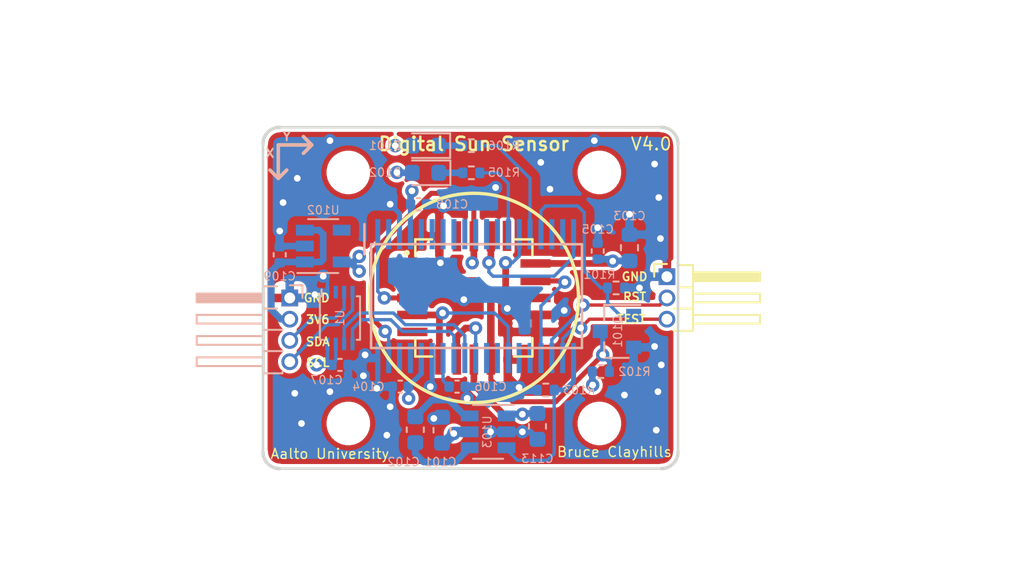
<source format=kicad_pcb>
(kicad_pcb (version 20240108) (generator "pcbnew") (generator_version "8.0")
  (title_block (title "DSS Sun Sensor") (date "2018-07-19") (rev "1.0") (company "Aalto-yliopisto") (comment 1 "Bruce Clayhills"))
  (layers (0 "F.Cu" signal) (1 "In1.Cu" signal) (2 "In2.Cu" signal) (31 "B.Cu" signal) (34 "B.Paste" user) (35 "F.Paste" user) (36 "B.SilkS" user "B.Silkscreen") (37 "F.SilkS" user "F.Silkscreen") (38 "B.Mask" user) (39 "F.Mask" user) (44 "Edge.Cuts" user))
  (net 0 "")
  (net 1 "GND")
  (net 2 "+5V")
  (net 3 "+3V3")
  (net 4 "Net-(D101-Pad1)")
  (net 5 "Net-(D102-Pad1)")
  (net 6 "Net-(IC101-Pad5)")
  (net 7 "/START_X")
  (net 8 "/START_Y")
  (net 9 "Net-(IC101-Pad9)")
  (net 10 "Net-(IC101-Pad10)")
  (net 11 "Net-(IC101-Pad11)")
  (net 12 "Net-(IC101-Pad12)")
  (net 13 "/SPI_SIMO_A1")
  (net 14 "/SS_CLK")
  (net 15 "Net-(IC101-Pad27)")
  (net 16 "Net-(IC101-Pad28)")
  (net 17 "Net-(IC101-Pad35)")
  (net 18 "Net-(IC101-Pad36)")
  (net 19 "/SPI_CLK_A1")
  (net 20 "Net-(U101-Pad5)")
  (net 21 "Net-(U101-Pad19)")
  (net 22 "Net-(U101-Pad16)")
  (net 23 "Net-(U102-Pad4)")
  (net 24 "/SS_GAIN")
  (net 25 "Net-(IC101-Pad2)")
  (net 26 "/SS_GAIN_CTL")
  (net 27 "/5V_EN")
  (net 28 "Net-(IC101-Pad24)")
  (net 29 "/I2C_SDA")
  (net 30 "/I2C_SCL")
  (net 31 "Net-(IC101-Pad7)")
  (net 32 "Net-(IC101-Pad8)")
  (net 33 "Net-(IC101-Pad6)")
  (net 34 "/SPI_CLK_A0")
  (net 35 "/SPI_SIMO_A0")
  (net 36 "Net-(IC101-Pad25)")
  (net 37 "Net-(IC101-Pad17)")
  (net 38 "Net-(U1-Pad2)")
  (net 39 "/SDA")
  (net 40 "/SCL")
  (net 41 "VDD")
  (net 42 "Net-(C102-Pad2)")
  (net 43 "Net-(C102-Pad1)")
  (net 44 "Net-(C106-Pad2)")
  (net 45 "/SBWTDIO")
  (net 46 "/SBWTCK")
  (net 47 "/LED2")
  (net 48 "/LED1")
  (net 49 "Net-(IC101-Pad18)")
  (footprint "Connector_PinHeader_1.27mm:PinHeader_1x03_P1.27mm_Horizontal" (layer "F.Cu") (at 151.5364 113.73)
    (property "Reference" "J104" (hide yes))
    (property "Value" "Programming connector")
    (pad "1" thru_hole rect (at 0 0) (size 1 1) (drill 0.65) (layers "*.Cu" "*.Mask") (net 1 "GND"))
    (pad "2" thru_hole oval (at 0 1.27) (size 1 1) (drill 0.65) (layers "*.Cu" "*.Mask") (net 45 "/SBWTDIO"))
    (pad "3" thru_hole oval (at 0 2.54) (size 1 1) (drill 0.65) (layers "*.Cu" "*.Mask") (net 46 "/SBWTCK"))
  )
  (footprint "sunsen:S9132" (layer "F.Cu") (at 140 115)
    (property "Reference" "U101" (hide yes))
    (property "Value" "S9132")
    (pad "1" smd rect (at -3.683 -2.0574) (size 1.8 0.508) (layers "F.Cu" "F.Paste" "F.Mask") (net 1 "GND"))
    (pad "2" smd rect (at -3.6852 -1.016) (size 1.8 0.508) (layers "F.Cu" "F.Paste" "F.Mask") (net 24 "/SS_GAIN"))
    (pad "3" smd rect (at -3.6852 0) (size 1.8 0.508) (layers "F.Cu" "F.Paste" "F.Mask") (net 7 "/START_X"))
    (pad "4" smd rect (at -3.6852 1.016) (size 1.8 0.508) (layers "F.Cu" "F.Paste" "F.Mask") (net 14 "/SS_CLK"))
    (pad "5" smd rect (at -3.6732 2.03) (size 1.8 0.508) (layers "F.Cu" "F.Paste" "F.Mask") (net 20 "Net-(U101-Pad5)"))
    (pad "6" smd rect (at -2.0574 3.683 90) (size 1.8 0.508) (layers "F.Cu" "F.Paste" "F.Mask") (net 14 "/SS_CLK"))
    (pad "7" smd rect (at -1.016 3.6852 90) (size 1.8 0.508) (layers "F.Cu" "F.Paste" "F.Mask") (net 8 "/START_Y"))
    (pad "8" smd rect (at 0 3.6852 90) (size 1.8 0.508) (layers "F.Cu" "F.Paste" "F.Mask") (net 2 "+5V"))
    (pad "9" smd rect (at 1.016 3.6852 90) (size 1.8 0.508) (layers "F.Cu" "F.Paste" "F.Mask") (net 24 "/SS_GAIN"))
    (pad "10" smd rect (at 2.03 3.6832 90) (size 1.8 0.508) (layers "F.Cu" "F.Paste" "F.Mask") (net 1 "GND"))
    (pad "11" smd rect (at 3.683 2.032) (size 1.8 0.508) (layers "F.Cu" "F.Paste" "F.Mask") (net 1 "GND"))
    (pad "12" smd rect (at 3.6852 1.016) (size 1.8 0.508) (layers "F.Cu" "F.Paste" "F.Mask") (net 1 "GND"))
    (pad "13" smd rect (at 3.6852 0) (size 1.8 0.508) (layers "F.Cu" "F.Paste" "F.Mask") (net 34 "/SPI_CLK_A0"))
    (pad "14" smd rect (at 3.6852 -1.016) (size 1.8 0.508) (layers "F.Cu" "F.Paste" "F.Mask") (net 35 "/SPI_SIMO_A0"))
    (pad "15" smd rect (at 3.6852 -2.062) (size 1.8 0.508) (layers "F.Cu" "F.Paste" "F.Mask") (net 3 "+3V3"))
    (pad "16" smd rect (at 1.9812 -3.7084 90) (size 1.8 0.508) (layers "F.Cu" "F.Paste" "F.Mask") (net 22 "Net-(U101-Pad16)"))
    (pad "17" smd rect (at 1.016 -3.6852 90) (size 1.8 0.508) (layers "F.Cu" "F.Paste" "F.Mask") (net 13 "/SPI_SIMO_A1"))
    (pad "18" smd rect (at 0 -3.6852 90) (size 1.8 0.508) (layers "F.Cu" "F.Paste" "F.Mask") (net 19 "/SPI_CLK_A1"))
    (pad "19" smd rect (at -1.016 -3.6852 90) (size 1.8 0.508) (layers "F.Cu" "F.Paste" "F.Mask") (net 21 "Net-(U101-Pad19)"))
    (pad "20" smd rect (at -2.062 -3.6852 90) (size 1.8 0.508) (layers "F.Cu" "F.Paste" "F.Mask") (net 1 "GND"))
  )
  (footprint "MountingHole:MountingHole_2.2mm_M2" (layer "F.Cu") (at 147.5 122.5)
    (property "Reference" "MK104" (hide yes))
    (property "Value" "Mounting_Hole")
    (pad "" np_thru_hole circle (at 0 0) (size 2.2 2.2) (drill 2.2) (layers "*.Cu" "*.Mask"))
  )
  (footprint "MountingHole:MountingHole_2.2mm_M2" (layer "F.Cu") (at 132.5 122.5)
    (property "Reference" "MK102" (hide yes))
    (property "Value" "Mounting_Hole")
    (pad "" np_thru_hole circle (at 0 0) (size 2.2 2.2) (drill 2.2) (layers "*.Cu" "*.Mask"))
  )
  (footprint "MountingHole:MountingHole_2.2mm_M2" (layer "F.Cu") (at 132.5 107.5)
    (property "Reference" "MK101" (hide yes))
    (property "Value" "Mounting_Hole")
    (pad "" np_thru_hole circle (at 0 0) (size 2.2 2.2) (drill 2.2) (layers "*.Cu" "*.Mask"))
  )
  (footprint "MountingHole:MountingHole_2.2mm_M2" (layer "F.Cu") (at 147.5 107.5)
    (property "Reference" "MK103" (hide yes))
    (property "Value" "Mounting_Hole")
    (pad "" np_thru_hole circle (at 0 0) (size 2.2 2.2) (drill 2.2) (layers "*.Cu" "*.Mask"))
  )
  (footprint "Resistor_SMD:R_0402_1005Metric" (layer "B.Cu") (at 139.851 107.5215 180)
    (property "Reference" "R105" (at -1.949 0.0215 0) (layer "B.SilkS") (effects (font (size 0.5 0.5) (thickness 0.07)) (justify mirror)))
    (property "Value" "R")
    (pad "1" smd roundrect (at -0.51 0 180) (size 0.54 0.64) (layers "B.Cu" "B.Paste" "B.Mask") (net 48 "/LED1"))
    (pad "2" smd roundrect (at 0.51 0 180) (size 0.54 0.64) (layers "B.Cu" "B.Paste" "B.Mask") (net 5 "Net-(D102-Pad1)"))
  )
  (footprint "Package_TO_SOT_SMD:SOT-23" (layer "B.Cu") (at 148.55 117 180)
    (property "Reference" "Q101" (at -0.05 0 -90) (layer "B.SilkS") (effects (font (size 0.5 0.5) (thickness 0.07)) (justify mirror)))
    (property "Value" "Q_NMOS_GSD")
    (pad "1" smd rect (at -1 0.95 180) (size 0.9 0.8) (layers "B.Cu" "B.Paste" "B.Mask") (net 26 "/SS_GAIN_CTL"))
    (pad "2" smd rect (at -1 -0.95 180) (size 0.9 0.8) (layers "B.Cu" "B.Paste" "B.Mask") (net 1 "GND"))
    (pad "3" smd rect (at 1 0 180) (size 0.9 0.8) (layers "B.Cu" "B.Paste" "B.Mask") (net 24 "/SS_GAIN"))
  )
  (footprint "Capacitor_SMD:C_0603_1608Metric" (layer "B.Cu") (at 149.3 112 -90)
    (property "Reference" "C103" (at -1.9 0 0) (layer "B.SilkS") (effects (font (size 0.5 0.5) (thickness 0.07)) (justify mirror)))
    (property "Value" "4.7uF")
    (pad "1" smd roundrect (at -0.7875 0 270) (size 0.875 0.95) (layers "B.Cu" "B.Paste" "B.Mask") (net 1 "GND"))
    (pad "2" smd roundrect (at 0.7875 0 270) (size 0.875 0.95) (layers "B.Cu" "B.Paste" "B.Mask") (net 3 "+3V3"))
  )
  (footprint "Resistor_SMD:R_0402_1005Metric" (layer "B.Cu") (at 147.59 119.4)
    (property "Reference" "R102" (at 2.01 0 0) (layer "B.SilkS") (effects (font (size 0.5 0.5) (thickness 0.07)) (justify mirror)))
    (property "Value" "10k")
    (pad "1" smd roundrect (at -0.51 0) (size 0.54 0.64) (layers "B.Cu" "B.Paste" "B.Mask") (net 2 "+5V"))
    (pad "2" smd roundrect (at 0.51 0) (size 0.54 0.64) (layers "B.Cu" "B.Paste" "B.Mask") (net 24 "/SS_GAIN"))
  )
  (footprint "Capacitor_SMD:C_0402_1005Metric" (layer "B.Cu") (at 136.7 109.4 180)
    (property "Reference" "C108" (at -2 0 0) (layer "B.SilkS") (effects (font (size 0.5 0.5) (thickness 0.07)) (justify mirror)))
    (property "Value" "100nF")
    (pad "1" smd roundrect (at -0.48 0 180) (size 0.56 0.62) (layers "B.Cu" "B.Paste" "B.Mask") (net 1 "GND"))
    (pad "2" smd roundrect (at 0.48 0 180) (size 0.56 0.62) (layers "B.Cu" "B.Paste" "B.Mask") (net 3 "+3V3"))
  )
  (footprint "LED_SMD:LED_0603_1608Metric" (layer "B.Cu") (at 137.1 105.9 180)
    (property "Reference" "D101" (at 2.4125 0 180) (layer "B.SilkS") (effects (font (size 0.5 0.5) (thickness 0.07)) (justify mirror)))
    (property "Value" "LED")
    (pad "1" smd roundrect (at -0.7875 0 180) (size 0.875 0.95) (layers "B.Cu" "B.Paste" "B.Mask") (net 4 "Net-(D101-Pad1)"))
    (pad "2" smd roundrect (at 0.7875 0 180) (size 0.875 0.95) (layers "B.Cu" "B.Paste" "B.Mask") (net 3 "+3V3"))
  )
  (footprint "LED_SMD:LED_0603_1608Metric" (layer "B.Cu") (at 137.112 107.5215 180)
    (property "Reference" "D102" (at 2.412 0.0215 0) (layer "B.SilkS") (effects (font (size 0.5 0.5) (thickness 0.07)) (justify mirror)))
    (property "Value" "LED")
    (pad "1" smd roundrect (at -0.7875 0 180) (size 0.875 0.95) (layers "B.Cu" "B.Paste" "B.Mask") (net 5 "Net-(D102-Pad1)"))
    (pad "2" smd roundrect (at 0.7875 0 180) (size 0.875 0.95) (layers "B.Cu" "B.Paste" "B.Mask") (net 3 "+3V3"))
  )
  (footprint "Resistor_SMD:R_0402_1005Metric" (layer "B.Cu") (at 139.851 105.9)
    (property "Reference" "R106" (at 1.949 0 0) (layer "B.SilkS") (effects (font (size 0.5 0.5) (thickness 0.07)) (justify mirror)))
    (property "Value" "R")
    (pad "1" smd roundrect (at -0.51 0) (size 0.54 0.64) (layers "B.Cu" "B.Paste" "B.Mask") (net 4 "Net-(D101-Pad1)"))
    (pad "2" smd roundrect (at 0.51 0) (size 0.54 0.64) (layers "B.Cu" "B.Paste" "B.Mask") (net 47 "/LED2"))
  )
  (footprint "Resistor_SMD:R_0402_1005Metric" (layer "B.Cu") (at 148.5 114.4)
    (property "Reference" "R101" (at -1 -0.8 0) (layer "B.SilkS") (effects (font (size 0.5 0.5) (thickness 0.07)) (justify mirror)))
    (property "Value" "10k")
    (pad "1" smd roundrect (at -0.51 0) (size 0.54 0.64) (layers "B.Cu" "B.Paste" "B.Mask") (net 26 "/SS_GAIN_CTL"))
    (pad "2" smd roundrect (at 0.51 0) (size 0.54 0.64) (layers "B.Cu" "B.Paste" "B.Mask") (net 1 "GND"))
  )
  (footprint "Package_SO:VSSOP-8_2.4x2.1mm_P0.5mm" (layer "B.Cu") (at 132 116.2 -90)
    (property "Reference" "U1" (at 0 0 90) (layer "B.SilkS") (effects (font (size 0.5 0.5) (thickness 0.07)) (justify mirror)))
    (property "Value" "SN74TVC3306")
    (pad "1" smd rect (at -1.55 0.75 270) (size 0.75 0.25) (layers "B.Cu" "B.Paste" "B.Mask") (net 1 "GND"))
    (pad "2" smd rect (at -1.55 0.25 270) (size 0.75 0.25) (layers "B.Cu" "B.Paste" "B.Mask") (net 38 "Net-(U1-Pad2)"))
    (pad "3" smd rect (at -1.55 -0.25 270) (size 0.75 0.25) (layers "B.Cu" "B.Paste" "B.Mask") (net 39 "/SDA"))
    (pad "4" smd rect (at -1.55 -0.75 270) (size 0.75 0.25) (layers "B.Cu" "B.Paste" "B.Mask") (net 40 "/SCL"))
    (pad "5" smd rect (at 1.55 -0.75 270) (size 0.75 0.25) (layers "B.Cu" "B.Paste" "B.Mask") (net 30 "/I2C_SCL"))
    (pad "6" smd rect (at 1.55 -0.25 270) (size 0.75 0.25) (layers "B.Cu" "B.Paste" "B.Mask") (net 29 "/I2C_SDA"))
    (pad "7" smd rect (at 1.55 0.25 270) (size 0.75 0.25) (layers "B.Cu" "B.Paste" "B.Mask") (net 3 "+3V3"))
    (pad "8" smd rect (at 1.55 0.75 270) (size 0.75 0.25) (layers "B.Cu" "B.Paste" "B.Mask") (net 3 "+3V3"))
  )
  (footprint "Package_TO_SOT_SMD:SOT-23-5" (layer "B.Cu") (at 131 111.9)
    (property "Reference" "U102" (at 0 -2.15 0) (layer "B.SilkS") (effects (font (size 0.5 0.5) (thickness 0.07)) (justify mirror)))
    (property "Value" "TLV733P-3.3V")
    (pad "1" smd rect (at -1.1 0.95) (size 1.06 0.65) (layers "B.Cu" "B.Paste" "B.Mask") (net 41 "VDD"))
    (pad "2" smd rect (at -1.1 0) (size 1.06 0.65) (layers "B.Cu" "B.Paste" "B.Mask") (net 1 "GND"))
    (pad "3" smd rect (at -1.1 -0.95) (size 1.06 0.65) (layers "B.Cu" "B.Paste" "B.Mask") (net 41 "VDD"))
    (pad "4" smd rect (at 1.1 -0.95) (size 1.06 0.65) (layers "B.Cu" "B.Paste" "B.Mask") (net 23 "Net-(U102-Pad4)"))
    (pad "5" smd rect (at 1.1 0.95) (size 1.06 0.65) (layers "B.Cu" "B.Paste" "B.Mask") (net 3 "+3V3"))
  )
  (footprint "Capacitor_SMD:C_0603_1608Metric" (layer "B.Cu") (at 143.8 122.675 -90)
    (property "Reference" "C113" (at 1.925 0 180) (layer "B.SilkS") (effects (font (size 0.5 0.5) (thickness 0.07)) (justify mirror)))
    (property "Value" "1.0uF")
    (pad "1" smd roundrect (at -0.775 0 270) (size 0.9 0.95) (layers "B.Cu" "B.Paste" "B.Mask") (net 2 "+5V"))
    (pad "2" smd roundrect (at 0.775 0 270) (size 0.9 0.95) (layers "B.Cu" "B.Paste" "B.Mask") (net 1 "GND"))
  )
  (footprint "Connector_PinHeader_1.27mm:PinHeader_1x04_P1.27mm_Horizontal" (layer "B.Cu") (at 129 115 180)
    (property "Reference" "J102" (hide yes))
    (property "Value" "Main Connector")
    (pad "1" thru_hole rect (at 0 0 180) (size 1 1) (drill 0.65) (layers "*.Cu" "*.Mask") (net 1 "GND"))
    (pad "2" thru_hole oval (at 0 -1.27 180) (size 1 1) (drill 0.65) (layers "*.Cu" "*.Mask") (net 41 "VDD"))
    (pad "3" thru_hole oval (at 0 -2.54 180) (size 1 1) (drill 0.65) (layers "*.Cu" "*.Mask") (net 39 "/SDA"))
    (pad "4" thru_hole oval (at 0 -3.81 180) (size 1 1) (drill 0.65) (layers "*.Cu" "*.Mask") (net 40 "/SCL"))
  )
  (footprint "Capacitor_SMD:C_0603_1608Metric" (layer "B.Cu") (at 138.1 122.9 90)
    (property "Reference" "C101" (at -1.9 -0.1 180) (layer "B.SilkS") (effects (font (size 0.5 0.5) (thickness 0.07)) (justify mirror)))
    (property "Value" "1.0uF")
    (pad "1" smd roundrect (at -0.775 0 90) (size 0.9 0.95) (layers "B.Cu" "B.Paste" "B.Mask") (net 41 "VDD"))
    (pad "2" smd roundrect (at 0.775 0 90) (size 0.9 0.95) (layers "B.Cu" "B.Paste" "B.Mask") (net 1 "GND"))
  )
  (footprint "Capacitor_SMD:C_0603_1608Metric" (layer "B.Cu") (at 136.5 122.875 -90)
    (property "Reference" "C102" (at 1.925 0.7 180) (layer "B.SilkS") (effects (font (size 0.5 0.5) (thickness 0.07)) (justify mirror)))
    (property "Value" "1.0uF")
    (pad "1" smd roundrect (at -0.775 0 270) (size 0.9 0.95) (layers "B.Cu" "B.Paste" "B.Mask") (net 43 "Net-(C102-Pad1)"))
    (pad "2" smd roundrect (at 0.775 0 270) (size 0.9 0.95) (layers "B.Cu" "B.Paste" "B.Mask") (net 42 "Net-(C102-Pad2)"))
  )
  (footprint "Capacitor_SMD:C_0402_1005Metric" (layer "B.Cu") (at 135.6 120.3)
    (property "Reference" "C104" (at -1.9 0 0) (layer "B.SilkS") (effects (font (size 0.5 0.5) (thickness 0.07)) (justify mirror)))
    (property "Value" "100nF")
    (pad "1" smd roundrect (at -0.48 0) (size 0.56 0.62) (layers "B.Cu" "B.Paste" "B.Mask") (net 1 "GND"))
    (pad "2" smd roundrect (at 0.48 0) (size 0.56 0.62) (layers "B.Cu" "B.Paste" "B.Mask") (net 3 "+3V3"))
  )
  (footprint "Capacitor_SMD:C_0402_1005Metric" (layer "B.Cu") (at 139 120.3 180)
    (property "Reference" "C106" (at -2 0 0) (layer "B.SilkS") (effects (font (size 0.5 0.5) (thickness 0.07)) (justify mirror)))
    (property "Value" "100nF")
    (pad "1" smd roundrect (at -0.48 0 180) (size 0.56 0.62) (layers "B.Cu" "B.Paste" "B.Mask") (net 1 "GND"))
    (pad "2" smd roundrect (at 0.48 0 180) (size 0.56 0.62) (layers "B.Cu" "B.Paste" "B.Mask") (net 44 "Net-(C106-Pad2)"))
  )
  (footprint "Package_TO_SOT_SMD:SOT-23-6" (layer "B.Cu") (at 140.85 123 180)
    (property "Reference" "U103" (at 0.05 0 90) (layer "B.SilkS") (effects (font (size 0.5 0.5) (thickness 0.07)) (justify mirror)))
    (property "Value" "LTC3200ES6-5")
    (pad "1" smd rect (at -1.1 0.95 180) (size 1.06 0.65) (layers "B.Cu" "B.Paste" "B.Mask") (net 2 "+5V"))
    (pad "2" smd rect (at -1.1 0 180) (size 1.06 0.65) (layers "B.Cu" "B.Paste" "B.Mask") (net 1 "GND"))
    (pad "3" smd rect (at -1.1 -0.95 180) (size 1.06 0.65) (layers "B.Cu" "B.Paste" "B.Mask") (net 27 "/5V_EN"))
    (pad "4" smd rect (at 1.1 -0.95 180) (size 1.06 0.65) (layers "B.Cu" "B.Paste" "B.Mask") (net 42 "Net-(C102-Pad2)"))
    (pad "5" smd rect (at 1.1 0 180) (size 1.06 0.65) (layers "B.Cu" "B.Paste" "B.Mask") (net 41 "VDD"))
    (pad "6" smd rect (at 1.1 0.95 180) (size 1.06 0.65) (layers "B.Cu" "B.Paste" "B.Mask") (net 43 "Net-(C102-Pad1)"))
  )
  (footprint "Resistor_SMD:R_0402_1005Metric" (layer "B.Cu") (at 144.3 120.5)
    (property "Reference" "R103" (at 2 0 0) (layer "B.SilkS") (effects (font (size 0.5 0.5) (thickness 0.07)) (justify mirror)))
    (property "Value" "R")
    (pad "1" smd roundrect (at -0.51 0) (size 0.54 0.64) (layers "B.Cu" "B.Paste" "B.Mask") (net 1 "GND"))
    (pad "2" smd roundrect (at 0.51 0) (size 0.54 0.64) (layers "B.Cu" "B.Paste" "B.Mask") (net 27 "/5V_EN"))
  )
  (footprint "Capacitor_SMD:C_0402_1005Metric" (layer "B.Cu") (at 132 119)
    (property "Reference" "C107" (at -0.8 0.9 0) (layer "B.SilkS") (effects (font (size 0.5 0.5) (thickness 0.07)) (justify mirror)))
    (property "Value" "100nF")
    (pad "1" smd roundrect (at -0.48 0) (size 0.56 0.62) (layers "B.Cu" "B.Paste" "B.Mask") (net 3 "+3V3"))
    (pad "2" smd roundrect (at 0.48 0) (size 0.56 0.62) (layers "B.Cu" "B.Paste" "B.Mask") (net 1 "GND"))
  )
  (footprint "Capacitor_SMD:C_0402_1005Metric" (layer "B.Cu") (at 128.4 112.42 90)
    (property "Reference" "C109" (at -1.28 0 180) (layer "B.SilkS") (effects (font (size 0.5 0.5) (thickness 0.07)) (justify mirror)))
    (property "Value" "100nF")
    (pad "1" smd roundrect (at -0.48 0 90) (size 0.56 0.62) (layers "B.Cu" "B.Paste" "B.Mask") (net 41 "VDD"))
    (pad "2" smd roundrect (at 0.48 0 90) (size 0.56 0.62) (layers "B.Cu" "B.Paste" "B.Mask") (net 1 "GND"))
  )
  (footprint "Capacitor_SMD:C_0402_1005Metric" (layer "B.Cu") (at 147.4 112.2 -90)
    (property "Reference" "C105" (at -1.3 0 180) (layer "B.SilkS") (effects (font (size 0.5 0.5) (thickness 0.07)) (justify mirror)))
    (property "Value" "100nF")
    (pad "1" smd roundrect (at -0.48 0 270) (size 0.56 0.62) (layers "B.Cu" "B.Paste" "B.Mask") (net 1 "GND"))
    (pad "2" smd roundrect (at 0.48 0 270) (size 0.56 0.62) (layers "B.Cu" "B.Paste" "B.Mask") (net 3 "+3V3"))
  )
  (footprint "sunsen:TSSOP-38_6.1mm" (layer "B.Cu") (at 140 115)
    (property "Reference" "IC101" (hide yes))
    (property "Value" "MSP430FR5739_0")
    (pad "1" smd rect (at -5.7404 -3.81) (size 0.3 1.8) (layers "B.Cu" "B.Paste" "B.Mask") (net 7 "/START_X"))
    (pad "2" smd rect (at -5.0904 -3.81) (size 0.3 1.8) (layers "B.Cu" "B.Paste" "B.Mask") (net 25 "Net-(IC101-Pad2)"))
    (pad "3" smd rect (at -4.4404 -3.81) (size 0.3 1.8) (layers "B.Cu" "B.Paste" "B.Mask") (net 1 "GND"))
    (pad "4" smd rect (at -3.7904 -3.81) (size 0.3 1.8) (layers "B.Cu" "B.Paste" "B.Mask") (net 3 "+3V3"))
    (pad "5" smd rect (at -3.1404 -3.81) (size 0.3 1.8) (layers "B.Cu" "B.Paste" "B.Mask") (net 6 "Net-(IC101-Pad5)"))
    (pad "6" smd rect (at -2.4904 -3.81) (size 0.3 1.8) (layers "B.Cu" "B.Paste" "B.Mask") (net 33 "Net-(IC101-Pad6)"))
    (pad "7" smd rect (at -1.8404 -3.81) (size 0.3 1.8) (layers "B.Cu" "B.Paste" "B.Mask") (net 31 "Net-(IC101-Pad7)"))
    (pad "8" smd rect (at -1.1904 -3.81) (size 0.3 1.8) (layers "B.Cu" "B.Paste" "B.Mask") (net 32 "Net-(IC101-Pad8)"))
    (pad "9" smd rect (at -0.5404 -3.81) (size 0.3 1.8) (layers "B.Cu" "B.Paste" "B.Mask") (net 9 "Net-(IC101-Pad9)"))
    (pad "10" smd rect (at 0.1096 -3.81) (size 0.3 1.8) (layers "B.Cu" "B.Paste" "B.Mask") (net 10 "Net-(IC101-Pad10)"))
    (pad "11" smd rect (at 0.7596 -3.81) (size 0.3 1.8) (layers "B.Cu" "B.Paste" "B.Mask") (net 11 "Net-(IC101-Pad11)"))
    (pad "12" smd rect (at 1.4096 -3.81) (size 0.3 1.8) (layers "B.Cu" "B.Paste" "B.Mask") (net 12 "Net-(IC101-Pad12)"))
    (pad "13" smd rect (at 2.0596 -3.81) (size 0.3 1.8) (layers "B.Cu" "B.Paste" "B.Mask") (net 48 "/LED1"))
    (pad "14" smd rect (at 2.7096 -3.81) (size 0.3 1.8) (layers "B.Cu" "B.Paste" "B.Mask") (net 34 "/SPI_CLK_A0"))
    (pad "15" smd rect (at 3.3596 -3.81) (size 0.3 1.8) (layers "B.Cu" "B.Paste" "B.Mask") (net 47 "/LED2"))
    (pad "16" smd rect (at 4.0096 -3.81) (size 0.3 1.8) (layers "B.Cu" "B.Paste" "B.Mask") (net 26 "/SS_GAIN_CTL"))
    (pad "17" smd rect (at 4.6596 -3.81) (size 0.3 1.8) (layers "B.Cu" "B.Paste" "B.Mask") (net 37 "Net-(IC101-Pad17)"))
    (pad "18" smd rect (at 5.3096 -3.81) (size 0.3 1.8) (layers "B.Cu" "B.Paste" "B.Mask") (net 49 "Net-(IC101-Pad18)"))
    (pad "19" smd rect (at 5.9596 -3.81) (size 0.3 1.8) (layers "B.Cu" "B.Paste" "B.Mask") (net 13 "/SPI_SIMO_A1"))
    (pad "20" smd rect (at 5.9596 3.59) (size 0.3 1.8) (layers "B.Cu" "B.Paste" "B.Mask") (net 27 "/5V_EN"))
    (pad "21" smd rect (at 5.3096 3.59) (size 0.3 1.8) (layers "B.Cu" "B.Paste" "B.Mask") (net 46 "/SBWTCK"))
    (pad "22" smd rect (at 4.6596 3.59) (size 0.3 1.8) (layers "B.Cu" "B.Paste" "B.Mask") (net 45 "/SBWTDIO"))
    (pad "23" smd rect (at 4.0096 3.59) (size 0.3 1.8) (layers "B.Cu" "B.Paste" "B.Mask") (net 35 "/SPI_SIMO_A0"))
    (pad "24" smd rect (at 3.3596 3.59) (size 0.3 1.8) (layers "B.Cu" "B.Paste" "B.Mask") (net 28 "Net-(IC101-Pad24)"))
    (pad "25" smd rect (at 2.7096 3.59) (size 0.3 1.8) (layers "B.Cu" "B.Paste" "B.Mask") (net 36 "Net-(IC101-Pad25)"))
    (pad "26" smd rect (at 2.0596 3.59) (size 0.3 1.8) (layers "B.Cu" "B.Paste" "B.Mask") (net 14 "/SS_CLK"))
    (pad "27" smd rect (at 1.4096 3.59) (size 0.3 1.8) (layers "B.Cu" "B.Paste" "B.Mask") (net 15 "Net-(IC101-Pad27)"))
    (pad "28" smd rect (at 0.7596 3.59) (size 0.3 1.8) (layers "B.Cu" "B.Paste" "B.Mask") (net 16 "Net-(IC101-Pad28)"))
    (pad "29" smd rect (at 0.1096 3.59) (size 0.3 1.8) (layers "B.Cu" "B.Paste" "B.Mask") (net 8 "/START_Y"))
    (pad "30" smd rect (at -0.5404 3.59) (size 0.3 1.8) (layers "B.Cu" "B.Paste" "B.Mask") (net 29 "/I2C_SDA"))
    (pad "31" smd rect (at -1.1904 3.59) (size 0.3 1.8) (layers "B.Cu" "B.Paste" "B.Mask") (net 30 "/I2C_SCL"))
    (pad "32" smd rect (at -1.8404 3.59) (size 0.3 1.8) (layers "B.Cu" "B.Paste" "B.Mask") (net 44 "Net-(C106-Pad2)"))
    (pad "33" smd rect (at -2.4904 3.59) (size 0.3 1.8) (layers "B.Cu" "B.Paste" "B.Mask") (net 1 "GND"))
    (pad "34" smd rect (at -3.1404 3.59) (size 0.3 1.8) (layers "B.Cu" "B.Paste" "B.Mask") (net 3 "+3V3"))
    (pad "35" smd rect (at -3.7904 3.59) (size 0.3 1.8) (layers "B.Cu" "B.Paste" "B.Mask") (net 17 "Net-(IC101-Pad35)"))
    (pad "36" smd rect (at -4.4404 3.59) (size 0.3 1.8) (layers "B.Cu" "B.Paste" "B.Mask") (net 18 "Net-(IC101-Pad36)"))
    (pad "37" smd rect (at -5.0904 3.59) (size 0.3 1.8) (layers "B.Cu" "B.Paste" "B.Mask") (net 19 "/SPI_CLK_A1"))
    (pad "38" smd rect (at -5.7404 3.59) (size 0.3 1.8) (layers "B.Cu" "B.Paste" "B.Mask") (net 1 "GND"))
  )
  (gr_line (start 128.320989 107.858745) (end 128.820989 107.358745) (stroke (width 0.2)) (layer "B.SilkS"))
  (gr_line (start 128.320989 105.858745) (end 128.320989 107.858745) (stroke (width 0.2)) (layer "B.SilkS"))
  (gr_line (start 130.320989 105.858745) (end 129.820989 106.358745) (stroke (width 0.2)) (layer "B.SilkS"))
  (gr_line (start 128.320989 107.858745) (end 127.820989 107.358745) (stroke (width 0.2)) (layer "B.SilkS"))
  (gr_line (start 129.820989 105.358745) (end 130.320989 105.858745) (stroke (width 0.2)) (layer "B.SilkS"))
  (gr_line (start 128.320989 105.858745) (end 130.320989 105.858745) (stroke (width 0.2)) (layer "B.SilkS"))
  (gr_line (start 128.316 105.857) (end 130.316 105.857) (stroke (width 0.2)) (layer "F.SilkS"))
  (gr_line (start 128.316 105.857) (end 128.316 107.857) (stroke (width 0.2)) (layer "F.SilkS"))
  (gr_line (start 130.316 105.857) (end 129.816 105.357) (stroke (width 0.2)) (layer "F.SilkS"))
  (gr_line (start 130.316 105.857) (end 129.816 106.357) (stroke (width 0.2)) (layer "F.SilkS"))
  (gr_circle (center 140 115) (end 146.25 114.75) (stroke (width 0.2)) (fill none) (layer "F.SilkS"))
  (gr_line (start 128.316 107.857) (end 128.816 107.357) (stroke (width 0.2)) (layer "F.SilkS"))
  (gr_line (start 127.816 107.357) (end 128.316 107.857) (stroke (width 0.2)) (layer "F.SilkS"))
  (gr_line (start 152.2 105.8) (end 152.2 117) (stroke (width 0.15)) (layer "Edge.Cuts"))
  (gr_line (start 127.4 124.2) (end 127.4 114.4) (stroke (width 0.15)) (layer "Edge.Cuts"))
  (gr_arc (start 127.4 105.8) (mid 127.692893 105.092893) (end 128.4 104.8) (stroke (width 0.2)) (layer "Edge.Cuts"))
  (gr_line (start 128.4 104.8) (end 138.2 104.8) (stroke (width 0.15)) (layer "Edge.Cuts"))
  (gr_arc (start 151.2 104.8) (mid 151.907107 105.092893) (end 152.2 105.8) (stroke (width 0.2)) (layer "Edge.Cuts"))
  (gr_line (start 138.2 104.8) (end 151.2 104.8) (stroke (width 0.15)) (layer "Edge.Cuts"))
  (gr_line (start 152.2 117) (end 152.2 124.2) (stroke (width 0.15)) (layer "Edge.Cuts"))
  (gr_arc (start 128.4 125.2) (mid 127.692893 124.907107) (end 127.4 124.2) (stroke (width 0.2)) (layer "Edge.Cuts"))
  (gr_line (start 151.2 125.2) (end 128.4 125.2) (stroke (width 0.15)) (layer "Edge.Cuts"))
  (gr_arc (start 152.2 124.2) (mid 151.907107 124.907107) (end 151.2 125.2) (stroke (width 0.2)) (layer "Edge.Cuts"))
  (gr_line (start 127.4 114.4) (end 127.4 105.8) (stroke (width 0.15)) (layer "Edge.Cuts"))
  (gr_text "X" (at 127.825 106.35 0) (layer "B.SilkS") (effects (font (size 0.5 0.5) (thickness 0.1)) (justify mirror)))
  (gr_text "Y" (at 128.825 105.35 0) (layer "B.SilkS") (effects (font (size 0.5 0.5) (thickness 0.1)) (justify mirror)))
  (gr_text "Aalto University\n\n" (at 131.4 124.8 0) (layer "F.SilkS") (effects (font (size 0.6 0.6) (thickness 0.08))))
  (gr_text "Digital Sun Sensor" (at 140 105.8 0) (layer "F.SilkS") (effects (font (size 0.8 0.8))))
  (gr_text "3V6" (at 130.6775 116.29 0) (layer "F.SilkS") (effects (font (size 0.5 0.5) (thickness 0.1))))
  (gr_text "SDA" (at 130.6775 117.62 0) (layer "F.SilkS") (effects (font (size 0.5 0.5) (thickness 0.1))))
  (gr_text "SCL" (at 130.6775 118.86 0) (layer "F.SilkS") (effects (font (size 0.5 0.5) (thickness 0.1))))
  (gr_text "GND" (at 130.61 115 0) (layer "F.SilkS") (effects (font (size 0.5 0.5) (thickness 0.1))))
  (gr_text "RST" (at 149.606 114.935 0) (layer "F.SilkS") (effects (font (size 0.5 0.5) (thickness 0.1))))
  (gr_text "GND" (at 149.606 113.7285 0) (layer "F.SilkS") (effects (font (size 0.5 0.5) (thickness 0.1))))
  (gr_text "TEST" (at 149.4155 116.2685 0) (layer "F.SilkS") (effects (font (size 0.5 0.5) (thickness 0.1))))
  (gr_text "X" (at 127.816 106.357 0) (layer "F.SilkS") (effects (font (size 0.5 0.5) (thickness 0.1))))
  (gr_text "Y" (at 128.816 105.357 0) (layer "F.SilkS") (effects (font (size 0.5 0.5) (thickness 0.1))))
  (gr_text "Bruce Clayhills" (at 148.4 124.2 0) (layer "F.SilkS") (effects (font (size 0.6 0.6) (thickness 0.08))))
  (gr_text "V4.0" (at 150.6 105.8 0) (layer "F.SilkS") (effects (font (size 0.75 0.75) (thickness 0.1))))
  (segment (start 137.938 109.751138) (end 138.189128 109.50001) (width 0.4) (layer "F.Cu") (net 1))
  (segment (start 142.03 118.6832) (end 142.03 116.78) (width 0.4) (layer "F.Cu") (net 1))
  (segment (start 142.03 116.78) (end 142.03 115.654466) (width 0.4) (layer "F.Cu") (net 1))
  (segment (start 143.6852 116.016) (end 145.134 116.016) (width 0.4) (layer "F.Cu") (net 1))
  (segment (start 145.118 117.032) (end 145.4 116.75) (width 0.4) (layer "F.Cu") (net 1))
  (segment (start 143.6852 116.016) (end 142.391534 116.016) (width 0.4) (layer "F.Cu") (net 1))
  (segment (start 137.938 112.838) (end 138 112.9) (width 0.4) (layer "F.Cu") (net 1))
  (segment (start 142.03 118.6832) (end 142.03 119.68) (width 0.4) (layer "F.Cu") (net 1))
  (segment (start 136.317 112.9426) (end 137.9574 112.9426) (width 0.4) (layer "F.Cu") (net 1))
  (segment (start 142.391534 116.016) (end 142.000237 115.624703) (width 0.4) (layer "F.Cu") (net 1))
  (segment (start 143.683 117.032) (end 145.118 117.032) (width 0.4) (layer "F.Cu") (net 1))
  (segment (start 142.03 119.68) (end 142.7 120.35) (width 0.4) (layer "F.Cu") (net 1))
  (segment (start 142.282 117.032) (end 142.03 116.78) (width 0.4) (layer "F.Cu") (net 1))
  (segment (start 137.9574 112.9426) (end 138 112.9) (width 0.4) (layer "F.Cu") (net 1))
  (segment (start 143.683 117.032) (end 142.282 117.032) (width 0.4) (layer "F.Cu") (net 1))
  (segment (start 145.134 116.016) (end 145.4 115.75) (width 0.4) (layer "F.Cu") (net 1))
  (segment (start 145.4 116.75) (end 145.4 115.75) (width 0.4) (layer "F.Cu") (net 1))
  (segment (start 137.938 111.3148) (end 137.938 112.838) (width 0.4) (layer "F.Cu") (net 1))
  (segment (start 142.03 115.654466) (end 142.000237 115.624703) (width 0.4) (layer "F.Cu") (net 1))
  (segment (start 137.938 111.3148) (end 137.938 109.751138) (width 0.4) (layer "F.Cu") (net 1))
  (via (at 151.2 119) (size 0.8) (drill 0.4) (layers "F.Cu" "B.Cu") (net 1))
  (via (at 151 120.6) (size 0.8) (drill 0.4) (layers "F.Cu" "B.Cu") (net 1))
  (via (at 139.4 115.1) (size 0.8) (drill 0.4) (layers "F.Cu" "B.Cu") (net 1))
  (via (at 128.6 109.3) (size 0.8) (drill 0.4) (layers "F.Cu" "B.Cu") (net 1))
  (via (at 129.45 107.85) (size 0.8) (drill 0.4) (layers "F.Cu" "B.Cu") (net 1))
  (via (at 144 106.9) (size 0.8) (drill 0.4) (layers "F.Cu" "B.Cu") (net 1))
  (via (at 144.55 108.5) (size 0.8) (drill 0.4) (layers "F.Cu" "B.Cu") (net 1))
  (via (at 141.3 108.4) (size 0.8) (drill 0.4) (layers "F.Cu" "B.Cu") (net 1))
  (via (at 151.15 111.45) (size 0.8) (drill 0.4) (layers "F.Cu" "B.Cu") (net 1))
  (via (at 151.05 109) (size 0.8) (drill 0.4) (layers "F.Cu" "B.Cu") (net 1))
  (via (at 150.9 122.9) (size 0.8) (drill 0.4) (layers "F.Cu" "B.Cu") (net 1))
  (via (at 129.3 120.7) (size 0.8) (drill 0.4) (layers "F.Cu" "B.Cu") (net 1))
  (via (at 129.7 122.5) (size 0.8) (drill 0.4) (layers "F.Cu" "B.Cu") (net 1))
  (via (at 131.4 120.6) (size 0.8) (drill 0.4) (layers "F.Cu" "B.Cu") (net 1))
  (via (at 134.8 123.2) (size 0.8) (drill 0.4) (layers "F.Cu" "B.Cu") (net 1))
  (via (at 149 120.8) (size 0.8) (drill 0.4) (layers "F.Cu" "B.Cu") (net 1))
  (via (at 150.8 107) (size 0.8) (drill 0.4) (layers "F.Cu" "B.Cu") (net 1))
  (via (at 147.2 105.6) (size 0.8) (drill 0.4) (layers "F.Cu" "B.Cu") (net 1))
  (via (at 131.4 105.6) (size 0.8) (drill 0.4) (layers "F.Cu" "B.Cu") (net 1))
  (via (at 128.4 111) (size 0.8) (drill 0.4) (layers "F.Cu" "B.Cu") (net 1))
  (via (at 133.4 119.65) (size 0.8) (drill 0.4) (layers "F.Cu" "B.Cu") (net 1))
  (via (at 150.8 117.9) (size 0.8) (drill 0.4) (layers "F.Cu" "B.Cu") (net 1))
  (via (at 147.4 110.8) (size 0.8) (drill 0.4) (layers "F.Cu" "B.Cu") (net 1))
  (via (at 133.49999 118.4) (size 0.8) (drill 0.4) (layers "F.Cu" "B.Cu") (net 1))
  (via (at 134.2 120.4) (size 0.8) (drill 0.4) (layers "F.Cu" "B.Cu") (net 1))
  (via (at 138.189128 109.50001) (size 0.8) (drill 0.4) (layers "F.Cu" "B.Cu") (net 1))
  (via (at 135 109.4) (size 0.8) (drill 0.4) (layers "F.Cu" "B.Cu") (net 1))
  (via (at 149.3 110) (size 0.8) (drill 0.4) (layers "F.Cu" "B.Cu") (net 1))
  (via (at 131 113.7) (size 0.8) (drill 0.4) (layers "F.Cu" "B.Cu") (net 1))
  (via (at 138 112.9) (size 0.8) (drill 0.4) (layers "F.Cu" "B.Cu") (net 1))
  (via (at 139.6 121) (size 0.8) (drill 0.4) (layers "F.Cu" "B.Cu") (net 1))
  (via (at 145.4 115.75) (size 0.8) (drill 0.4) (layers "F.Cu" "B.Cu") (net 1))
  (via (at 130.5 114.8) (size 0.8) (drill 0.4) (layers "F.Cu" "B.Cu") (net 1))
  (via (at 142.9 123) (size 0.8) (drill 0.4) (layers "F.Cu" "B.Cu") (net 1))
  (via (at 149.9 114.4) (size 0.8) (drill 0.4) (layers "F.Cu" "B.Cu") (net 1))
  (via (at 141 123) (size 0.8) (drill 0.4) (layers "F.Cu" "B.Cu") (net 1))
  (via (at 137.4 120.3) (size 0.8) (drill 0.4) (layers "F.Cu" "B.Cu") (net 1))
  (via (at 142.000237 115.624703) (size 0.8) (drill 0.4) (layers "F.Cu" "B.Cu") (net 1))
  (via (at 135 121.5) (size 0.8) (drill 0.4) (layers "F.Cu" "B.Cu") (net 1))
  (via (at 137.607612 122.19999) (size 0.8) (drill 0.4) (layers "F.Cu" "B.Cu") (net 1))
  (via (at 142.7 120.35) (size 0.8) (drill 0.4) (layers "F.Cu" "B.Cu") (net 1))
  (segment (start 135.5596 109.9596) (end 135 109.4) (width 0.3) (layer "B.Cu") (net 1))
  (segment (start 150.75 117.95) (end 150.8 117.9) (width 0.4) (layer "B.Cu") (net 1))
  (segment (start 149.55 117.95) (end 150.75 117.95) (width 0.4) (layer "B.Cu") (net 1))
  (segment (start 131.25 114.65) (end 131.25 113.95) (width 0.2) (layer "B.Cu") (net 1))
  (segment (start 135.5596 111.19) (end 135.5596 109.9596) (width 0.3) (layer "B.Cu") (net 1))
  (segment (start 130.65 114.65) (end 130.5 114.8) (width 0.2) (layer "B.Cu") (net 1))
  (segment (start 134.2596 118.59) (end 134.2596 120.3404) (width 0.3) (layer "B.Cu") (net 1))
  (segment (start 142.85 120.5) (end 142.7 120.35) (width 0.4) (layer "B.Cu") (net 1))
  (segment (start 138.1 122.125) (end 137.682602 122.125) (width 0.4) (layer "B.Cu") (net 1))
  (segment (start 131.25 114.65) (end 130.65 114.65) (width 0.2) (layer "B.Cu") (net 1))
  (segment (start 134.2596 120.3404) (end 134.2 120.4) (width 0.3) (layer "B.Cu") (net 1))
  (segment (start 137.18 109.4) (end 138.089118 109.4) (width 0.3) (layer "B.Cu") (net 1))
  (segment (start 131.25 113.95) (end 131 113.7) (width 0.2) (layer "B.Cu") (net 1))
  (segment (start 138.089118 109.4) (end 138.189128 109.50001) (width 0.3) (layer "B.Cu") (net 1))
  (segment (start 149.3 111.2125) (end 149.3 110) (width 0.4) (layer "B.Cu") (net 1))
  (segment (start 141.95 123) (end 141 123) (width 0.4) (layer "B.Cu") (net 1))
  (segment (start 143.79 120.5) (end 142.85 120.5) (width 0.4) (layer "B.Cu") (net 1))
  (segment (start 128.44 111.9) (end 128.4 111.94) (width 0.4) (layer "B.Cu") (net 1))
  (segment (start 147.4 111.72) (end 147.4 110.8) (width 0.4) (layer "B.Cu") (net 1))
  (segment (start 143.35 123) (end 143.8 123.45) (width 0.4) (layer "B.Cu") (net 1))
  (segment (start 132.48 119) (end 132.75 119) (width 0.4) (layer "B.Cu") (net 1))
  (segment (start 137.5096 120.1904) (end 137.4 120.3) (width 0.3) (layer "B.Cu") (net 1))
  (segment (start 149.01 114.4) (end 149.9 114.4) (width 0.3) (layer "B.Cu") (net 1))
  (segment (start 134.2596 118.59) (end 133.68999 118.59) (width 0.3) (layer "B.Cu") (net 1))
  (segment (start 137.682602 122.125) (end 137.607612 122.19999) (width 0.4) (layer "B.Cu") (net 1))
  (segment (start 128.4 111.94) (end 128.4 111) (width 0.4) (layer "B.Cu") (net 1))
  (segment (start 132.89999 119) (end 133.49999 118.4) (width 0.4) (layer "B.Cu") (net 1))
  (segment (start 134.3 120.3) (end 134.2 120.4) (width 0.4) (layer "B.Cu") (net 1))
  (segment (start 132.48 119) (end 132.89999 119) (width 0.4) (layer "B.Cu") (net 1))
  (segment (start 132.75 119) (end 133.4 119.65) (width 0.4) (layer "B.Cu") (net 1))
  (segment (start 142.9 123) (end 143.35 123) (width 0.4) (layer "B.Cu") (net 1))
  (segment (start 139.48 120.88) (end 139.6 121) (width 0.2) (layer "B.Cu") (net 1))
  (segment (start 129.9 111.9) (end 128.44 111.9) (width 0.4) (layer "B.Cu") (net 1))
  (segment (start 135.12 121.38) (end 135 121.5) (width 0.4) (layer "B.Cu") (net 1))
  (segment (start 139.48 120.3) (end 139.48 120.88) (width 0.2) (layer "B.Cu") (net 1))
  (segment (start 137.5096 118.59) (end 137.5096 120.1904) (width 0.3) (layer "B.Cu") (net 1))
  (segment (start 135.12 120.3) (end 134.3 120.3) (width 0.4) (layer "B.Cu") (net 1))
  (segment (start 135.12 120.3) (end 135.12 121.38) (width 0.4) (layer "B.Cu") (net 1))
  (segment (start 141.95 123) (end 142.9 123) (width 0.4) (layer "B.Cu") (net 1))
  (segment (start 133.68999 118.59) (end 133.49999 118.4) (width 0.3) (layer "B.Cu") (net 1))
  (segment (start 141.766008 121.95001) (end 140 120.184002) (width 0.4) (layer "F.Cu") (net 2))
  (segment (start 140 120.184002) (end 140 118.6852) (width 0.4) (layer "F.Cu") (net 2))
  (segment (start 142.9 121.95001) (end 141.766008 121.95001) (width 0.4) (layer "F.Cu") (net 2))
  (via (at 147.1 120.2) (size 0.8) (drill 0.4) (layers "F.Cu" "B.Cu") (net 2))
  (via (at 142.9 121.95001) (size 0.8) (drill 0.4) (layers "F.Cu" "B.Cu") (net 2))
  (segment (start 142.04999 121.95001) (end 142.9 121.95001) (width 0.4) (layer "B.Cu") (net 2))
  (segment (start 141.95 122.05) (end 142.04999 121.95001) (width 0.4) (layer "B.Cu") (net 2))
  (segment (start 147.08 120.18) (end 147.1 120.2) (width 0.4) (layer "B.Cu") (net 2))
  (segment (start 147.08 119.4) (end 147.08 120.18) (width 0.4) (layer "B.Cu") (net 2))
  (segment (start 142.95001 121.9) (end 142.9 121.95001) (width 0.4) (layer "B.Cu") (net 2))
  (segment (start 143.8 121.9) (end 142.95001 121.9) (width 0.4) (layer "B.Cu") (net 2))
  (segment (start 143.6852 112.938) (end 148.162 112.938) (width 0.4) (layer "F.Cu") (net 3))
  (segment (start 148.162 112.938) (end 148.3 112.8) (width 0.4) (layer "F.Cu") (net 3))
  (via (at 136.1 121) (size 0.8) (drill 0.4) (layers "F.Cu" "B.Cu") (net 3))
  (via (at 135.4 107.5) (size 0.8) (drill 0.4) (layers "F.Cu" "B.Cu") (net 3))
  (via (at 133.149988 112.520565) (size 0.8) (drill 0.4) (layers "F.Cu" "B.Cu") (net 3))
  (via (at 148.3 112.8) (size 0.8) (drill 0.4) (layers "F.Cu" "B.Cu") (net 3))
  (via (at 130.6 119) (size 0.8) (drill 0.4) (layers "F.Cu" "B.Cu") (net 3))
  (via (at 133.149988 113.4) (size 0.8) (drill 0.4) (layers "F.Cu" "B.Cu") (net 3))
  (via (at 135.3 105.9) (size 0.8) (drill 0.4) (layers "F.Cu" "B.Cu") (net 3))
  (via (at 136.3 108.6) (size 0.8) (drill 0.4) (layers "F.Cu" "B.Cu") (net 3))
  (segment (start 131.75 117.75) (end 131.75 118.77) (width 0.2) (layer "B.Cu") (net 3))
  (segment (start 148.18 112.68) (end 148.3 112.8) (width 0.4) (layer "B.Cu") (net 3))
  (segment (start 131.25 118.73) (end 131.52 119) (width 0.2) (layer "B.Cu") (net 3))
  (segment (start 136.08 120.3) (end 136.08 120.98) (width 0.3) (layer "B.Cu") (net 3))
  (segment (start 135.4215 107.5215) (end 135.4 107.5) (width 0.4) (layer "B.Cu") (net 3))
  (segment (start 147.4 112.68) (end 148.18 112.68) (width 0.4) (layer "B.Cu") (net 3))
  (segment (start 132.1 112.85) (end 132.599988 112.85) (width 0.4) (layer "B.Cu") (net 3))
  (segment (start 136.08 120.98) (end 136.1 121) (width 0.3) (layer "B.Cu") (net 3))
  (segment (start 136.8596 119.5204) (end 136.8596 118.59) (width 0.3) (layer "B.Cu") (net 3))
  (segment (start 132.1 112.85) (end 132.820553 112.85) (width 0.4) (layer "B.Cu") (net 3))
  (segment (start 148.3125 112.7875) (end 148.3 112.8) (width 0.4) (layer "B.Cu") (net 3))
  (segment (start 131.75 118.77) (end 131.52 119) (width 0.2) (layer "B.Cu") (net 3))
  (segment (start 136.3245 107.5215) (end 135.4215 107.5215) (width 0.4) (layer "B.Cu") (net 3))
  (segment (start 136.22 109.4) (end 136.22 108.68) (width 0.4) (layer "B.Cu") (net 3))
  (segment (start 136.2096 111.19) (end 136.2096 109.4104) (width 0.3) (layer "B.Cu") (net 3))
  (segment (start 136.2096 109.4104) (end 136.22 109.4) (width 0.3) (layer "B.Cu") (net 3))
  (segment (start 130.6 119) (end 131.52 119) (width 0.4) (layer "B.Cu") (net 3))
  (segment (start 132.820553 112.85) (end 133.149988 112.520565) (width 0.4) (layer "B.Cu") (net 3))
  (segment (start 131.25 117.75) (end 131.25 118.73) (width 0.2) (layer "B.Cu") (net 3))
  (segment (start 136.22 108.68) (end 136.3 108.6) (width 0.4) (layer "B.Cu") (net 3))
  (segment (start 136.3125 105.9) (end 135.3 105.9) (width 0.4) (layer "B.Cu") (net 3))
  (segment (start 132.599988 112.85) (end 133.149988 113.4) (width 0.4) (layer "B.Cu") (net 3))
  (segment (start 149.3 112.7875) (end 148.3125 112.7875) (width 0.4) (layer "B.Cu") (net 3))
  (segment (start 136.08 120.3) (end 136.8596 119.5204) (width 0.3) (layer "B.Cu") (net 3))
  (segment (start 139.341 105.9) (end 137.8875 105.9) (width 0.4) (layer "B.Cu") (net 4))
  (segment (start 139.341 107.5215) (end 137.8995 107.5215) (width 0.4) (layer "B.Cu") (net 5))
  (segment (start 136.3148 115) (end 134.65 115) (width 0.3) (layer "F.Cu") (net 7))
  (via (at 134.65 115) (size 0.8) (drill 0.4) (layers "F.Cu" "B.Cu") (net 7))
  (segment (start 134.2596 111.19) (end 134.2596 114.6096) (width 0.2) (layer "B.Cu") (net 7))
  (segment (start 134.2596 114.6096) (end 134.65 115) (width 0.2) (layer "B.Cu") (net 7))
  (segment (start 139.5 116.8) (end 140.1 116.8) (width 0.4) (layer "F.Cu") (net 8))
  (segment (start 138.984 117.316) (end 139.5 116.8) (width 0.4) (layer "F.Cu") (net 8))
  (segment (start 138.984 118.6852) (end 138.984 117.316) (width 0.4) (layer "F.Cu") (net 8))
  (via (at 140.1 116.8) (size 0.8) (drill 0.4) (layers "F.Cu" "B.Cu") (net 8))
  (segment (start 140.1096 118.59) (end 140.1096 116.8096) (width 0.2) (layer "B.Cu") (net 8))
  (segment (start 140.1096 116.8096) (end 140.1 116.8) (width 0.2) (layer "B.Cu") (net 8))
  (segment (start 141.016 111.3148) (end 141.016 112.773548) (width 0.4) (layer "F.Cu") (net 13))
  (segment (start 141.016 112.773548) (end 140.900043 112.889505) (width 0.4) (layer "F.Cu") (net 13))
  (via (at 140.900043 112.889505) (size 0.8) (drill 0.4) (layers "F.Cu" "B.Cu") (net 13))
  (segment (start 144.799998 113.700002) (end 141.144855 113.700002) (width 0.2) (layer "B.Cu") (net 13))
  (segment (start 145.9596 111.19) (end 145.9596 112.5404) (width 0.2) (layer "B.Cu") (net 13))
  (segment (start 145.9596 112.5404) (end 144.799998 113.700002) (width 0.2) (layer "B.Cu") (net 13))
  (segment (start 141.144855 113.700002) (end 140.900043 113.45519) (width 0.2) (layer "B.Cu") (net 13))
  (segment (start 140.900043 113.45519) (end 140.900043 112.889505) (width 0.2) (layer "B.Cu") (net 13))
  (segment (start 137.9426 118.683) (end 137.9426 116.088141) (width 0.4) (layer "F.Cu") (net 14))
  (segment (start 137.9426 116.088141) (end 138.130762 115.899979) (width 0.4) (layer "F.Cu") (net 14))
  (segment (start 138.014741 116.016) (end 138.130762 115.899979) (width 0.4) (layer "F.Cu") (net 14))
  (segment (start 136.3148 116.016) (end 138.014741 116.016) (width 0.4) (layer "F.Cu") (net 14))
  (via (at 138.130762 115.899979) (size 0.8) (drill 0.4) (layers "F.Cu" "B.Cu") (net 14))
  (segment (start 142.0596 116.720068) (end 141.239511 115.899979) (width 0.2) (layer "B.Cu") (net 14))
  (segment (start 142.0596 118.59) (end 142.0596 116.720068) (width 0.2) (layer "B.Cu") (net 14))
  (segment (start 141.239511 115.899979) (end 138.130762 115.899979) (width 0.2) (layer "B.Cu") (net 14))
  (segment (start 140 109.45) (end 139.3 108.75) (width 0.3) (layer "F.Cu") (net 19))
  (segment (start 133.899998 112.300002) (end 133.899998 116.199998) (width 0.3) (layer "F.Cu") (net 19))
  (segment (start 139.3 108.75) (end 137.45 108.75) (width 0.3) (layer "F.Cu") (net 19))
  (segment (start 140 111.3148) (end 140 112.8) (width 0.4) (layer "F.Cu") (net 19))
  (segment (start 137.45 108.75) (end 133.899998 112.300002) (width 0.3) (layer "F.Cu") (net 19))
  (segment (start 133.899998 116.199998) (end 134.7 117) (width 0.3) (layer "F.Cu") (net 19))
  (segment (start 140 112.8) (end 139.9 112.9) (width 0.4) (layer "F.Cu") (net 19))
  (segment (start 140 111.3148) (end 140 109.45) (width 0.3) (layer "F.Cu") (net 19))
  (via (at 139.9 112.9) (size 0.8) (drill 0.4) (layers "F.Cu" "B.Cu") (net 19))
  (via (at 134.7 117) (size 0.8) (drill 0.4) (layers "F.Cu" "B.Cu") (net 19))
  (segment (start 134.9096 118.59) (end 134.9096 117.2096) (width 0.2) (layer "B.Cu") (net 19))
  (segment (start 134.9096 117.2096) (end 134.7 117) (width 0.2) (layer "B.Cu") (net 19))
  (segment (start 140.084 113.984) (end 141.016 114.916) (width 0.45) (layer "F.Cu") (net 24))
  (segment (start 141.016 118.6852) (end 141.016 119.8852) (width 0.3) (layer "F.Cu") (net 24))
  (segment (start 141.016 114.916) (end 141.016 118.6852) (width 0.45) (layer "F.Cu") (net 24))
  (segment (start 141.016 119.8852) (end 142.3308 121.2) (width 0.3) (layer "F.Cu") (net 24))
  (segment (start 142.3308 121.2) (end 144.9 121.2) (width 0.3) (layer "F.Cu") (net 24))
  (segment (start 144.9 121.2) (end 147.7 118.4) (width 0.3) (layer "F.Cu") (net 24))
  (segment (start 136.3148 113.984) (end 140.084 113.984) (width 0.45) (layer "F.Cu") (net 24))
  (via (at 147.7 118.4) (size 0.8) (drill 0.4) (layers "F.Cu" "B.Cu") (net 24))
  (segment (start 148.1 119.4) (end 148.1 118.8) (width 0.3) (layer "B.Cu") (net 24))
  (segment (start 148.1 118.8) (end 147.7 118.4) (width 0.3) (layer "B.Cu") (net 24))
  (segment (start 147.7 118.4) (end 147.7 117.15) (width 0.3) (layer "B.Cu") (net 24))
  (segment (start 147.7 117.15) (end 147.55 117) (width 0.3) (layer "B.Cu") (net 24))
  (segment (start 147.6 114.4) (end 146.6 113.4) (width 0.2) (layer "B.Cu") (net 26))
  (segment (start 146.6 109.9) (end 146.2 109.5) (width 0.2) (layer "B.Cu") (net 26))
  (segment (start 147.99 114.4) (end 147.6 114.4) (width 0.2) (layer "B.Cu") (net 26))
  (segment (start 147.99 115.29) (end 147.99 114.4) (width 0.2) (layer "B.Cu") (net 26))
  (segment (start 146.6 113.4) (end 146.6 109.9) (width 0.2) (layer "B.Cu") (net 26))
  (segment (start 146.2 109.5) (end 144.3 109.5) (width 0.2) (layer "B.Cu") (net 26))
  (segment (start 144.3 109.5) (end 144.0096 109.7904) (width 0.2) (layer "B.Cu") (net 26))
  (segment (start 148.75 116.05) (end 147.99 115.29) (width 0.2) (layer "B.Cu") (net 26))
  (segment (start 149.55 116.05) (end 148.75 116.05) (width 0.2) (layer "B.Cu") (net 26))
  (segment (start 144.0096 109.7904) (end 144.0096 111.19) (width 0.2) (layer "B.Cu") (net 26))
  (segment (start 141.95 124.05) (end 142.6 124.7) (width 0.2) (layer "B.Cu") (net 27))
  (segment (start 145.9596 119.9904) (end 145.45 120.5) (width 0.3) (layer "B.Cu") (net 27))
  (segment (start 144.8 120.51) (end 144.81 120.5) (width 0.2) (layer "B.Cu") (net 27))
  (segment (start 145.45 120.5) (end 144.81 120.5) (width 0.3) (layer "B.Cu") (net 27))
  (segment (start 142.6 124.7) (end 144.4 124.7) (width 0.2) (layer "B.Cu") (net 27))
  (segment (start 145.9596 118.59) (end 145.9596 119.9904) (width 0.3) (layer "B.Cu") (net 27))
  (segment (start 144.8 124.3) (end 144.8 120.51) (width 0.2) (layer "B.Cu") (net 27))
  (segment (start 144.4 124.7) (end 144.8 124.3) (width 0.2) (layer "B.Cu") (net 27))
  (segment (start 141.95 123.95) (end 141.95 124.05) (width 0.2) (layer "B.Cu") (net 27))
  (segment (start 135.20169 115.899988) (end 135.901691 116.599989) (width 0.2) (layer "B.Cu") (net 29))
  (segment (start 138.799989 116.599989) (end 139.4596 117.2596) (width 0.2) (layer "B.Cu") (net 29))
  (segment (start 135.901691 116.599989) (end 138.799989 116.599989) (width 0.2) (layer "B.Cu") (net 29))
  (segment (start 139.4596 117.2596) (end 139.4596 118.59) (width 0.2) (layer "B.Cu") (net 29))
  (segment (start 133.134312 115.899988) (end 135.20169 115.899988) (width 0.2) (layer "B.Cu") (net 29))
  (segment (start 132.25 117.75) (end 132.25 116.7843) (width 0.2) (layer "B.Cu") (net 29))
  (segment (start 132.25 116.7843) (end 133.134312 115.899988) (width 0.2) (layer "B.Cu") (net 29))
  (segment (start 133.300001 116.299999) (end 132.75 116.85) (width 0.2) (layer "B.Cu") (net 30))
  (segment (start 135.036001 116.299999) (end 133.300001 116.299999) (width 0.2) (layer "B.Cu") (net 30))
  (segment (start 138.55 117) (end 135.736002 117) (width 0.2) (layer "B.Cu") (net 30))
  (segment (start 138.8096 117.2596) (end 138.55 117) (width 0.2) (layer "B.Cu") (net 30))
  (segment (start 135.736002 117) (end 135.036001 116.299999) (width 0.2) (layer "B.Cu") (net 30))
  (segment (start 132.75 116.85) (end 132.75 117.75) (width 0.2) (layer "B.Cu") (net 30))
  (segment (start 138.8096 118.59) (end 138.8096 117.2596) (width 0.2) (layer "B.Cu") (net 30))
  (segment (start 142.5 115) (end 141.9 114.4) (width 0.4) (layer "F.Cu") (net 34))
  (segment (start 143.6852 115) (end 142.5 115) (width 0.4) (layer "F.Cu") (net 34))
  (segment (start 141.9 114.4) (end 141.9 112.9) (width 0.4) (layer "F.Cu") (net 34))
  (via (at 141.9 112.9) (size 0.8) (drill 0.4) (layers "F.Cu" "B.Cu") (net 34))
  (segment (start 142.3 112.9) (end 141.9 112.9) (width 0.2) (layer "B.Cu") (net 34))
  (segment (start 142.7096 111.19) (end 142.7096 112.4904) (width 0.2) (layer "B.Cu") (net 34))
  (segment (start 142.7096 112.4904) (end 142.3 112.9) (width 0.2) (layer "B.Cu") (net 34))
  (segment (start 145.365685 113.984) (end 145.435825 114.05414) (width 0.3) (layer "F.Cu") (net 35))
  (segment (start 143.6852 113.984) (end 145.365685 113.984) (width 0.3) (layer "F.Cu") (net 35))
  (via (at 145.435825 114.05414) (size 0.8) (drill 0.4) (layers "F.Cu" "B.Cu") (net 35))
  (segment (start 144.0096 115.480365) (end 145.435825 114.05414) (width 0.2) (layer "B.Cu") (net 35))
  (segment (start 144.0096 118.59) (end 144.0096 115.480365) (width 0.2) (layer "B.Cu") (net 35))
  (segment (start 132.25 115.6529) (end 131.7029 116.2) (width 0.2) (layer "B.Cu") (net 39))
  (segment (start 130.34 116.2) (end 129.499999 117.040001) (width 0.2) (layer "B.Cu") (net 39))
  (segment (start 131.7029 116.2) (end 130.34 116.2) (width 0.2) (layer "B.Cu") (net 39))
  (segment (start 132.25 114.65) (end 132.25 115.6529) (width 0.2) (layer "B.Cu") (net 39))
  (segment (start 129.499999 117.040001) (end 129 117.54) (width 0.2) (layer "B.Cu") (net 39))
  (segment (start 131.209989 116.600011) (end 131.868589 116.600011) (width 0.2) (layer "B.Cu") (net 40))
  (segment (start 131.868589 116.600011) (end 132.75 115.7186) (width 0.2) (layer "B.Cu") (net 40))
  (segment (start 132.75 115.7186) (end 132.75 114.65) (width 0.2) (layer "B.Cu") (net 40))
  (segment (start 129 118.81) (end 131.209989 116.600011) (width 0.2) (layer "B.Cu") (net 40))
  (via (at 138.8 123.1) (size 0.8) (drill 0.4) (layers "F.Cu" "B.Cu") (net 41))
  (segment (start 129 116.27) (end 128.73 116.27) (width 0.4) (layer "B.Cu") (net 41))
  (segment (start 130.75 110.95) (end 131 111.2) (width 0.4) (layer "B.Cu") (net 41))
  (segment (start 131 111.2) (end 131 112.7) (width 0.4) (layer "B.Cu") (net 41))
  (segment (start 138.225 123.675) (end 138.8 123.1) (width 0.6) (layer "B.Cu") (net 41))
  (segment (start 131 112.7) (end 130.85 112.85) (width 0.4) (layer "B.Cu") (net 41))
  (segment (start 129 116.27) (end 128.47 116.27) (width 0.4) (layer "B.Cu") (net 41))
  (segment (start 129.9 110.95) (end 130.75 110.95) (width 0.4) (layer "B.Cu") (net 41))
  (segment (start 128.45 112.85) (end 128.4 112.9) (width 0.4) (layer "B.Cu") (net 41))
  (segment (start 127.9 113.4) (end 128.4 112.9) (width 0.4) (layer "B.Cu") (net 41))
  (segment (start 130.85 112.85) (end 129.9 112.85) (width 0.4) (layer "B.Cu") (net 41))
  (segment (start 128.47 116.27) (end 127.9 115.7) (width 0.4) (layer "B.Cu") (net 41))
  (segment (start 127.9 115.7) (end 127.9 113.4) (width 0.4) (layer "B.Cu") (net 41))
  (segment (start 139.75 123) (end 138.9 123) (width 0.6) (layer "B.Cu") (net 41))
  (segment (start 138.9 123) (end 138.8 123.1) (width 0.6) (layer "B.Cu") (net 41))
  (segment (start 129.9 112.85) (end 128.45 112.85) (width 0.4) (layer "B.Cu") (net 41))
  (segment (start 137 124.8) (end 136.5 124.3) (width 0.4) (layer "B.Cu") (net 42))
  (segment (start 139.75 123.95) (end 138.9 124.8) (width 0.4) (layer "B.Cu") (net 42))
  (segment (start 136.5 124.3) (end 136.5 123.65) (width 0.4) (layer "B.Cu") (net 42))
  (segment (start 138.9 124.8) (end 137 124.8) (width 0.4) (layer "B.Cu") (net 42))
  (segment (start 139.465996 122.05) (end 138.515996 121.1) (width 0.4) (layer "B.Cu") (net 43))
  (segment (start 139.75 122.05) (end 139.465996 122.05) (width 0.4) (layer "B.Cu") (net 43))
  (segment (start 137.5 121.1) (end 136.5 122.1) (width 0.4) (layer "B.Cu") (net 43))
  (segment (start 138.515996 121.1) (end 137.5 121.1) (width 0.4) (layer "B.Cu") (net 43))
  (segment (start 138.1596 119.9396) (end 138.52 120.3) (width 0.2) (layer "B.Cu") (net 44))
  (segment (start 138.1596 118.59) (end 138.1596 119.9396) (width 0.2) (layer "B.Cu") (net 44))
  (segment (start 151.112599 115.423801) (end 146.526199 115.423801) (width 0.2) (layer "F.Cu") (net 45))
  (segment (start 151.5364 115) (end 151.112599 115.423801) (width 0.2) (layer "F.Cu") (net 45))
  (via (at 146.526199 115.423801) (size 0.8) (drill 0.4) (layers "F.Cu" "B.Cu") (net 45))
  (segment (start 146.526199 115.623401) (end 146.526199 115.423801) (width 0.2) (layer "B.Cu") (net 45))
  (segment (start 144.6596 117.49) (end 146.526199 115.623401) (width 0.2) (layer "B.Cu") (net 45))
  (segment (start 144.6596 118.59) (end 144.6596 117.49) (width 0.2) (layer "B.Cu") (net 45))
  (segment (start 151.5364 116.27) (end 146.905967 116.27) (width 0.2) (layer "F.Cu") (net 46))
  (segment (start 146.905967 116.27) (end 146.382165 116.793802) (width 0.2) (layer "F.Cu") (net 46))
  (via (at 146.382165 116.793802) (size 0.8) (drill 0.4) (layers "F.Cu" "B.Cu") (net 46))
  (segment (start 145.3096 117.442102) (end 145.9579 116.793802) (width 0.2) (layer "B.Cu") (net 46))
  (segment (start 145.3096 118.59) (end 145.3096 117.442102) (width 0.2) (layer "B.Cu") (net 46))
  (segment (start 145.9579 116.793802) (end 146.382165 116.793802) (width 0.2) (layer "B.Cu") (net 46))
  (segment (start 141.4 105.9) (end 140.361 105.9) (width 0.2) (layer "B.Cu") (net 47))
  (segment (start 143.3596 111.19) (end 143.3596 107.8596) (width 0.2) (layer "B.Cu") (net 47))
  (segment (start 143.3596 107.8596) (end 141.4 105.9) (width 0.2) (layer "B.Cu") (net 47))
  (segment (start 142.0596 111.19) (end 142.0596 108.1596) (width 0.2) (layer "B.Cu") (net 48))
  (segment (start 141.4215 107.5215) (end 140.361 107.5215) (width 0.2) (layer "B.Cu") (net 48))
  (segment (start 142.0596 108.1596) (end 141.4215 107.5215) (width 0.2) (layer "B.Cu") (net 48))
  (zone (net 1) (net_name "GND") (layer "F.Cu") (connect_pads (clearance 0.2)) (min_thickness 0.254) (fill yes (thermal_gap 0.508) (thermal_bridge_width 0.508))
    (polygon (pts (xy 126 103) (xy 154 103) (xy 154 127) (xy 126 127)))
  )
  (zone (net 1) (net_name "GND") (layer "B.Cu") (connect_pads (clearance 0.508)) (min_thickness 0.254) (fill yes (thermal_gap 0.508) (thermal_bridge_width 0.508))
    (polygon (pts (xy 125.992891 103) (xy 153.992891 103) (xy 153.992891 127) (xy 125.992891 127)))
  )
)
</source>
